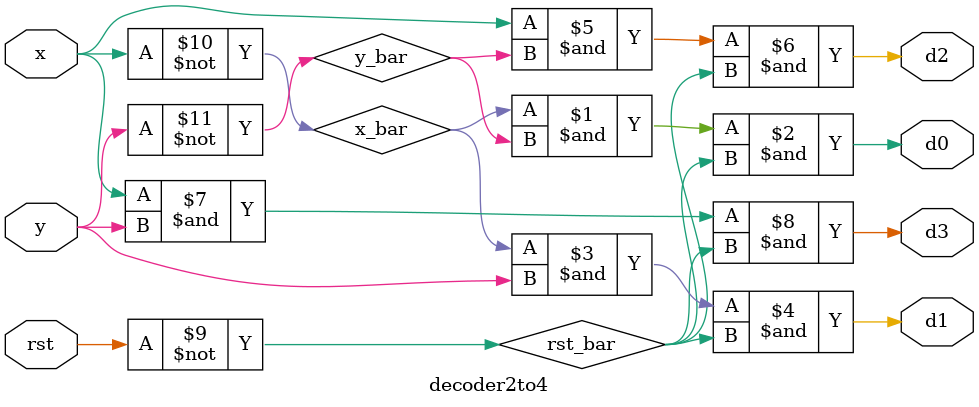
<source format=v>

module decoder2to4 (d0,d1,d2,d3,x,y,rst);
input x, y, rst;
output d0,d1,d2,d3;
/*
1. for input x is MSB and y is LSB.
2. for output d3 is MSB and d0 is LSB.
3. 00 -> d0 is 1
	01 -> d1 is 1
	10 -> d2 is 1
	11 -> d3 is 1
*/
wire rst_bar,x_bar,y_bar;
not g1 (rst_bar,rst);
not g2 (x_bar,x);
not g3 (y_bar,y);
and g4 (d0, x_bar, y_bar, rst_bar);
and g5 (d1, x_bar, y, rst_bar);
and g6 (d2, x, y_bar, rst_bar);
and g7 (d3, x, y, rst_bar);
endmodule
</source>
